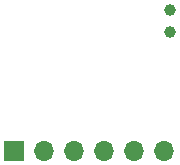
<source format=gbr>
%TF.GenerationSoftware,KiCad,Pcbnew,8.0.5*%
%TF.CreationDate,2025-10-26T06:15:10+01:00*%
%TF.ProjectId,FRTC8563S,46525443-3835-4363-9353-2e6b69636164,rev?*%
%TF.SameCoordinates,Original*%
%TF.FileFunction,Copper,L2,Bot*%
%TF.FilePolarity,Positive*%
%FSLAX46Y46*%
G04 Gerber Fmt 4.6, Leading zero omitted, Abs format (unit mm)*
G04 Created by KiCad (PCBNEW 8.0.5) date 2025-10-26 06:15:10*
%MOMM*%
%LPD*%
G01*
G04 APERTURE LIST*
%TA.AperFunction,ComponentPad*%
%ADD10C,1.000000*%
%TD*%
%TA.AperFunction,ComponentPad*%
%ADD11R,1.700000X1.700000*%
%TD*%
%TA.AperFunction,ComponentPad*%
%ADD12O,1.700000X1.700000*%
%TD*%
G04 APERTURE END LIST*
D10*
%TO.P,Y1,1,1*%
%TO.N,Xin*%
X155000000Y-46050000D03*
%TO.P,Y1,2,2*%
%TO.N,Xout*%
X155000000Y-47950000D03*
%TD*%
D11*
%TO.P,J2,1,Pin_1*%
%TO.N,GND*%
X141800000Y-58000000D03*
D12*
%TO.P,J2,2,Pin_2*%
%TO.N,+5V*%
X144340000Y-58000000D03*
%TO.P,J2,3,Pin_3*%
%TO.N,SDA*%
X146880000Y-58000000D03*
%TO.P,J2,4,Pin_4*%
%TO.N,SCL*%
X149420000Y-58000000D03*
%TO.P,J2,5,Pin_5*%
%TO.N,SQW*%
X151960000Y-58000000D03*
%TO.P,J2,6,Pin_6*%
%TO.N,{slash}INT*%
X154500000Y-58000000D03*
%TD*%
M02*

</source>
